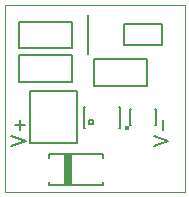
<source format=gto>
G75*
%MOIN*%
%OFA0B0*%
%FSLAX25Y25*%
%IPPOS*%
%LPD*%
%AMOC8*
5,1,8,0,0,1.08239X$1,22.5*
%
%ADD10C,0.00000*%
%ADD11C,0.00700*%
%ADD12C,0.00500*%
%ADD13C,0.01575*%
D10*
X0001564Y0001300D02*
X0001564Y0063800D01*
X0061564Y0063800D01*
X0061564Y0001300D01*
X0001564Y0001300D01*
D11*
X0003814Y0016650D02*
X0008714Y0018283D01*
X0003814Y0019917D01*
X0006808Y0022026D02*
X0006808Y0025293D01*
X0008442Y0023659D02*
X0005175Y0023659D01*
X0051314Y0019917D02*
X0056214Y0018283D01*
X0051314Y0016650D01*
X0054308Y0022026D02*
X0054308Y0025293D01*
D12*
X0052145Y0023623D02*
X0051751Y0023623D01*
X0052145Y0023623D02*
X0052145Y0028977D01*
X0051751Y0028977D01*
X0049074Y0036871D02*
X0031554Y0036871D01*
X0031554Y0045729D01*
X0049074Y0045729D01*
X0049074Y0036871D01*
X0043877Y0028977D02*
X0043483Y0028977D01*
X0043483Y0023623D01*
X0043877Y0023623D01*
X0040068Y0022855D02*
X0039576Y0022855D01*
X0040068Y0022855D02*
X0040068Y0029745D01*
X0039576Y0029745D01*
X0029647Y0024765D02*
X0029649Y0024820D01*
X0029655Y0024874D01*
X0029665Y0024928D01*
X0029678Y0024980D01*
X0029696Y0025032D01*
X0029717Y0025082D01*
X0029742Y0025131D01*
X0029770Y0025178D01*
X0029801Y0025223D01*
X0029836Y0025265D01*
X0029873Y0025304D01*
X0029914Y0025341D01*
X0029956Y0025375D01*
X0030002Y0025406D01*
X0030049Y0025433D01*
X0030098Y0025457D01*
X0030149Y0025477D01*
X0030201Y0025493D01*
X0030254Y0025506D01*
X0030308Y0025515D01*
X0030362Y0025520D01*
X0030417Y0025521D01*
X0030471Y0025518D01*
X0030525Y0025511D01*
X0030579Y0025500D01*
X0030631Y0025486D01*
X0030683Y0025467D01*
X0030733Y0025445D01*
X0030781Y0025420D01*
X0030827Y0025391D01*
X0030871Y0025358D01*
X0030913Y0025323D01*
X0030952Y0025285D01*
X0030988Y0025244D01*
X0031021Y0025200D01*
X0031051Y0025155D01*
X0031077Y0025107D01*
X0031100Y0025057D01*
X0031119Y0025006D01*
X0031135Y0024954D01*
X0031147Y0024901D01*
X0031155Y0024847D01*
X0031159Y0024792D01*
X0031159Y0024738D01*
X0031155Y0024683D01*
X0031147Y0024629D01*
X0031135Y0024576D01*
X0031119Y0024524D01*
X0031100Y0024473D01*
X0031077Y0024423D01*
X0031051Y0024375D01*
X0031021Y0024330D01*
X0030988Y0024286D01*
X0030952Y0024245D01*
X0030913Y0024207D01*
X0030871Y0024172D01*
X0030827Y0024139D01*
X0030781Y0024110D01*
X0030733Y0024085D01*
X0030683Y0024063D01*
X0030631Y0024044D01*
X0030579Y0024030D01*
X0030525Y0024019D01*
X0030471Y0024012D01*
X0030417Y0024009D01*
X0030362Y0024010D01*
X0030308Y0024015D01*
X0030254Y0024024D01*
X0030201Y0024037D01*
X0030149Y0024053D01*
X0030098Y0024073D01*
X0030049Y0024097D01*
X0030002Y0024124D01*
X0029956Y0024155D01*
X0029914Y0024189D01*
X0029873Y0024226D01*
X0029836Y0024265D01*
X0029801Y0024307D01*
X0029770Y0024352D01*
X0029742Y0024399D01*
X0029717Y0024448D01*
X0029696Y0024498D01*
X0029678Y0024550D01*
X0029665Y0024602D01*
X0029655Y0024656D01*
X0029649Y0024710D01*
X0029647Y0024765D01*
X0028552Y0022855D02*
X0028060Y0022855D01*
X0028060Y0029745D01*
X0028552Y0029745D01*
X0025688Y0034961D02*
X0009940Y0034961D01*
X0009940Y0017639D01*
X0025688Y0017639D01*
X0025688Y0034961D01*
X0024074Y0038121D02*
X0024074Y0046979D01*
X0006554Y0046979D01*
X0006554Y0038121D01*
X0024074Y0038121D01*
X0029314Y0047300D02*
X0029314Y0060300D01*
X0024074Y0058229D02*
X0024074Y0049371D01*
X0006554Y0049371D01*
X0006554Y0058229D01*
X0024074Y0058229D01*
X0041515Y0057343D02*
X0041515Y0050257D01*
X0054113Y0050257D01*
X0054113Y0057343D01*
X0041515Y0057343D01*
X0034369Y0013918D02*
X0023739Y0013918D01*
X0023739Y0003682D01*
X0023345Y0003682D01*
X0023345Y0013918D01*
X0023739Y0013918D01*
X0023345Y0013918D02*
X0022952Y0013918D01*
X0022952Y0003682D01*
X0023345Y0003682D01*
X0022952Y0003682D02*
X0022558Y0003682D01*
X0022558Y0013918D01*
X0022952Y0013918D01*
X0022558Y0013918D02*
X0022164Y0013918D01*
X0022164Y0003682D01*
X0022558Y0003682D01*
X0022164Y0003682D02*
X0021771Y0003682D01*
X0021771Y0013918D01*
X0022164Y0013918D01*
X0021771Y0013918D02*
X0016259Y0013918D01*
X0016259Y0012737D01*
X0016259Y0004863D02*
X0016259Y0003682D01*
X0021771Y0003682D01*
X0023739Y0003682D02*
X0034369Y0003682D01*
X0034369Y0004863D01*
X0034369Y0012737D02*
X0034369Y0013918D01*
D13*
X0042302Y0022757D03*
M02*

</source>
